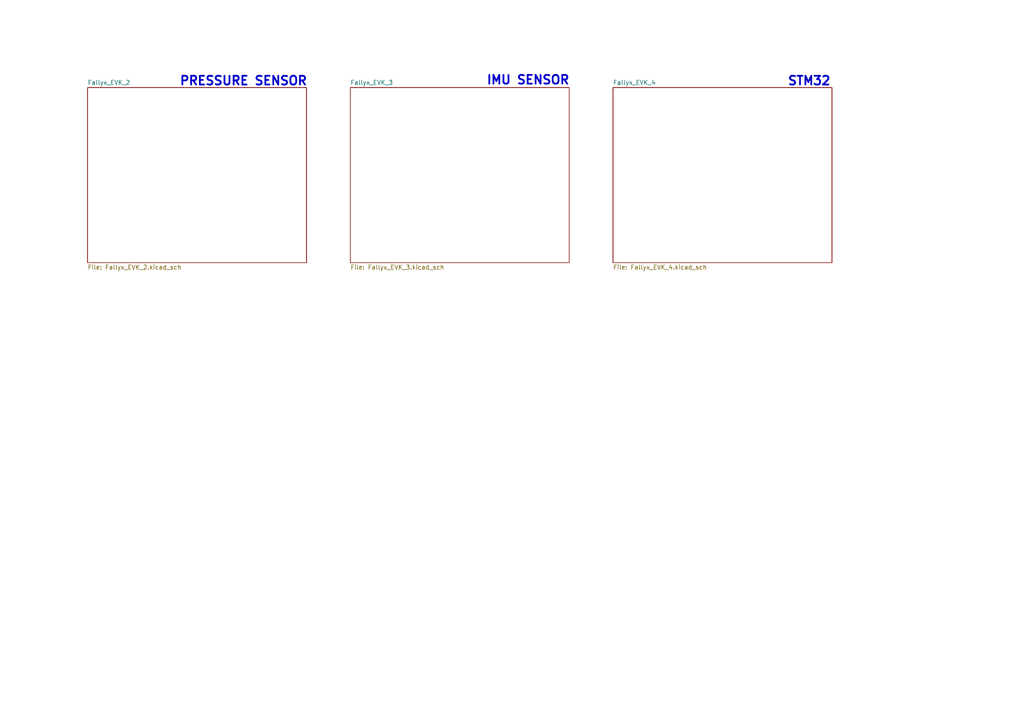
<source format=kicad_sch>
(kicad_sch
	(version 20231120)
	(generator "eeschema")
	(generator_version "8.0")
	(uuid "c9ecf77f-e2c2-430e-a6fe-72307adaa202")
	(paper "A4")
	(lib_symbols)
	(text "STM32"
		(exclude_from_sim no)
		(at 234.696 23.622 0)
		(effects
			(font
				(size 2.54 2.54)
				(thickness 0.508)
				(bold yes)
			)
		)
		(uuid "a2d8a566-55c9-411b-89f5-5c555e5eb3e8")
	)
	(text "IMU SENSOR"
		(exclude_from_sim no)
		(at 153.162 23.368 0)
		(effects
			(font
				(size 2.54 2.54)
				(thickness 0.508)
				(bold yes)
			)
		)
		(uuid "be8a1f0a-2bfb-446b-bb99-29cbee447678")
	)
	(text "PRESSURE SENSOR"
		(exclude_from_sim no)
		(at 70.612 23.622 0)
		(effects
			(font
				(size 2.54 2.54)
				(thickness 0.508)
				(bold yes)
			)
		)
		(uuid "cb689531-bd34-41f0-883d-727b42e81440")
	)
	(sheet
		(at 25.4 25.4)
		(size 63.5 50.8)
		(fields_autoplaced yes)
		(stroke
			(width 0.1524)
			(type solid)
		)
		(fill
			(color 0 0 0 0.0000)
		)
		(uuid "8bf96942-5886-451e-ba97-84ff16f0a110")
		(property "Sheetname" "Fallyx_EVK_2"
			(at 25.4 24.6884 0)
			(effects
				(font
					(size 1.27 1.27)
				)
				(justify left bottom)
			)
		)
		(property "Sheetfile" "Fallyx_EVK_2.kicad_sch"
			(at 25.4 76.7846 0)
			(effects
				(font
					(size 1.27 1.27)
				)
				(justify left top)
			)
		)
		(instances
			(project "Fallyx_EVK-RevA"
				(path "/c9ecf77f-e2c2-430e-a6fe-72307adaa202"
					(page "2")
				)
			)
		)
	)
	(sheet
		(at 177.8 25.4)
		(size 63.5 50.8)
		(fields_autoplaced yes)
		(stroke
			(width 0.1524)
			(type solid)
		)
		(fill
			(color 0 0 0 0.0000)
		)
		(uuid "dc314bd8-8aae-470d-8674-e1d78c817eb0")
		(property "Sheetname" "Fallyx_EVK_4"
			(at 177.8 24.6884 0)
			(effects
				(font
					(size 1.27 1.27)
				)
				(justify left bottom)
			)
		)
		(property "Sheetfile" "Fallyx_EVK_4.kicad_sch"
			(at 177.8 76.7846 0)
			(effects
				(font
					(size 1.27 1.27)
				)
				(justify left top)
			)
		)
		(instances
			(project "Fallyx_EVK-RevA"
				(path "/c9ecf77f-e2c2-430e-a6fe-72307adaa202"
					(page "4")
				)
			)
		)
	)
	(sheet
		(at 101.6 25.4)
		(size 63.5 50.8)
		(fields_autoplaced yes)
		(stroke
			(width 0.1524)
			(type solid)
		)
		(fill
			(color 0 0 0 0.0000)
		)
		(uuid "efa7fa42-336a-4c4b-a853-30b1840ce713")
		(property "Sheetname" "Fallyx_EVK_3"
			(at 101.6 24.6884 0)
			(effects
				(font
					(size 1.27 1.27)
				)
				(justify left bottom)
			)
		)
		(property "Sheetfile" "Fallyx_EVK_3.kicad_sch"
			(at 101.6 76.7846 0)
			(effects
				(font
					(size 1.27 1.27)
				)
				(justify left top)
			)
		)
		(instances
			(project "Fallyx_EVK-RevA"
				(path "/c9ecf77f-e2c2-430e-a6fe-72307adaa202"
					(page "3")
				)
			)
		)
	)
	(sheet_instances
		(path "/"
			(page "1")
		)
	)
)

</source>
